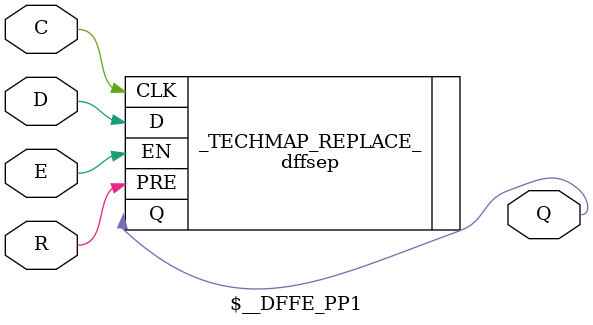
<source format=v>
module  \$_DFF_N_ (input D, C, output Q); 
    dff _TECHMAP_REPLACE_ (.D(D), .Q(Q), .CLK(!C)); 
endmodule

module  \$_DFF_P_ (input D, C, output Q);
    dff  _TECHMAP_REPLACE_ (.D(D), .Q(Q), .CLK(C)); 
endmodule

module  \$_DFFE_NN_ (input D, C, E, output Q); 
    dffe _TECHMAP_REPLACE_ (.D(D), .Q(Q), .CLK(!C), .EN(!E)); 
endmodule

module  \$_DFFE_PN_ (input D, C, E, output Q); 
    dffe  _TECHMAP_REPLACE_ (.D(D), .Q(Q), .CLK(C), .EN(!E)); 
endmodule

module  \$_DFFE_NP_ (input D, C, E, output Q); 
    dffe _TECHMAP_REPLACE_ (.D(D), .Q(Q), .CLK(!C), .EN(E)); 
endmodule
module  \$_DFFE_PP_ (input D, C, E, output Q); 
    dffe  _TECHMAP_REPLACE_ (.D(D), .Q(Q), .CLK(C), .EN(E)); 
endmodule

module  \$_DFF_NN0_ (input D, C, R, output Q); 
    dffc _TECHMAP_REPLACE_ (.D(D), .Q(Q), .CLK(!C), .CLR(!R)); 
endmodule

module  \$_DFF_NN1_ (input D, C, R, output Q); 
    dffp _TECHMAP_REPLACE_ (.D(D), .Q(Q), .CLK(!C), .PRE(!R)); 
endmodule

module  \$_DFF_PN0_ (input D, C, R, output Q); 
    dffc  _TECHMAP_REPLACE_ (.D(D), .Q(Q), .CLK(C), .CLR(!R)); 
endmodule

module  \$_DFF_PN1_ (input D, C, R, output Q); 
    dffp  _TECHMAP_REPLACE_ (.D(D), .Q(Q), .CLK(C), .PRE(!R)); 
endmodule

module  \$_DFF_NP0_ (input D, C, R, output Q); 
    dffc _TECHMAP_REPLACE_ (.D(D), .Q(Q), .CLK(!C), .CLR(R)); 
endmodule

module  \$_DFF_NP1_ (input D, C, R, output Q); 
    dffp _TECHMAP_REPLACE_ (.D(D), .Q(Q), .CLK(!C), .PRE(R)); 
endmodule

module  \$_DFF_PP0_ (input D, C, R, output Q); 
    dffc  _TECHMAP_REPLACE_ (.D(D), .Q(Q), .CLK(C), .CLR(R)); 
endmodule

module  \$_DFF_PP1_ (input D, C, R, output Q); 
    dffp  _TECHMAP_REPLACE_ (.D(D), .Q(Q), .CLK(C), .PRE(R)); 
endmodule

module  \$__DFFE_NN0 (input D, C, E, R, output Q); 
    dffsec _TECHMAP_REPLACE_ (.D(D), .Q(Q), .CLK(!C), .EN(E), .CLR(!R)); 
endmodule

module  \$__DFFE_NN1 (input D, C, E, R, output Q); 
    dffsep _TECHMAP_REPLACE_ (.D(D), .Q(Q), .CLK(!C), .EN(E), .PRE(!R)); 
endmodule

module  \$__DFFE_PN0 (input D, C, E, R, output Q); 
    dffsec  _TECHMAP_REPLACE_ (.D(D), .Q(Q), .CLK(C), .EN(E), .CLR(!R)); 
endmodule

module  \$__DFFE_PN1 (input D, C, E, R, output Q); 
    dffsep  _TECHMAP_REPLACE_ (.D(D), .Q(Q), .CLK(C), .EN(E), .PRE(!R));
endmodule

module  \$__DFFE_NP0 (input D, C, E, R, output Q); 
    dffsec _TECHMAP_REPLACE_ (.D(D), .Q(Q), .CLK(!C), .EN(E), .CLR(R)); 
endmodule

module  \$__DFFE_NP1 (input D, C, E, R, output Q); 
    dffsep _TECHMAP_REPLACE_ (.D(D), .Q(Q), .CLK(!C), .EN(E), .PRE(R)); 
endmodule

module  \$__DFFE_PP0 (input D, C, E, R, output Q); 
    dffsec  _TECHMAP_REPLACE_ (.D(D), .Q(Q), .CLK(C), .EN(E), .CLR(R)); 
endmodule

module  \$__DFFE_PP1 (input D, C, E, R, output Q); 
    dffsep  _TECHMAP_REPLACE_ (.D(D), .Q(Q), .CLK(C), .EN(E), .PRE(R)); 
endmodule
</source>
